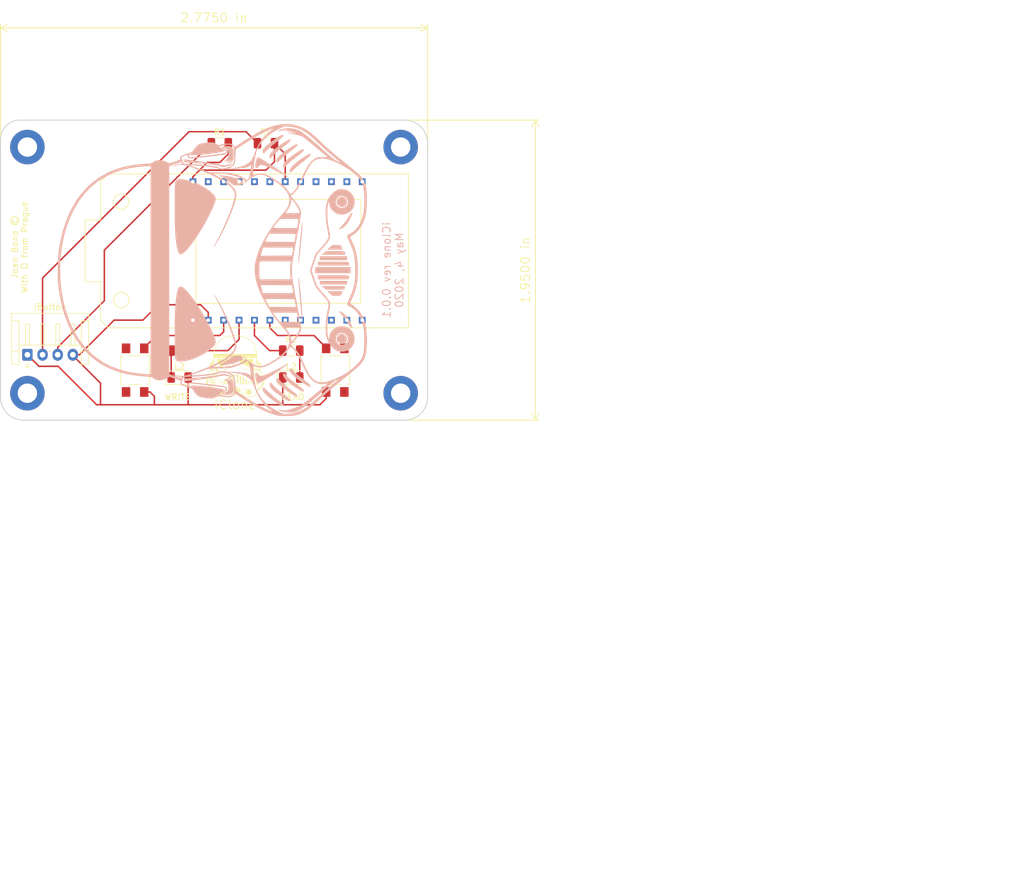
<source format=kicad_pcb>
(kicad_pcb (version 20171130) (host pcbnew 5.0.2+dfsg1-1)
  (layers (0 F.Cu signal) (31 B.Cu signal) (34 B.Paste user) (35 F.Paste user) (36 B.SilkS user hide) (37 F.SilkS user) (38 B.Mask user) (39 F.Mask user) (44 Edge.Cuts user))
  (net 0 "")
  (module MountingHole:MountingHole_3.2mm_M3_ISO7380_Pad (layer F.Cu) (at 172.085 111.76)
    (fp_text reference "" (at 0 -3.85) (layer F.SilkS))
    (fp_text value "")
    (pad 4 thru_hole circle (at 0 0) (size 5.7 5.7) (drill 3.2) (layers *.Cu *.Mask))
  )
  (module MountingHole:MountingHole_3.2mm_M3_ISO7380_Pad (layer F.Cu) (at 110.49 111.76)
    (fp_text reference "" (at 0 -3.85) (layer F.SilkS))
    (fp_text value "")
    (pad 3 thru_hole circle (at 0 0) (size 5.7 5.7) (drill 3.2) (layers *.Cu *.Mask))
  )
  (module MountingHole:MountingHole_3.2mm_M3_ISO7380_Pad (layer F.Cu) (at 110.49 71.12)
    (fp_text reference "" (at 0 -3.85) (layer F.SilkS))
    (fp_text value "")
    (pad 1 thru_hole circle (at 0 0) (size 5.7 5.7) (drill 3.2) (layers *.Cu *.Mask))
  )
  (module Resistor_SMD:R_1206_3216Metric (layer F.Cu) (at 149.86 70.485)
    (fp_text reference R4 (at 0 -1.82) (layer F.SilkS))
    (fp_text value 1k)
    (pad 1 smd roundrect (at -1.4 0) (size 1.25 1.75) (layers F.Cu F.Paste F.Mask) (roundrect_rratio 0.2))
    (pad 2 smd roundrect (at 1.4 0) (size 1.25 1.75) (layers F.Cu F.Paste F.Mask) (roundrect_rratio 0.2))
  )
  (module Resistor_SMD:R_1206_3216Metric (layer F.Cu) (at 142.24 70.485)
    (fp_text reference R1 (at 0 -1.82) (layer F.SilkS))
    (fp_text value 4k7)
    (pad 2 smd roundrect (at 1.4 0) (size 1.25 1.75) (layers F.Cu F.Paste F.Mask) (roundrect_rratio 0.2))
    (pad 1 smd roundrect (at -1.4 0) (size 1.25 1.75) (layers F.Cu F.Paste F.Mask) (roundrect_rratio 0.2))
  )
  (module TTGODisplay:MODULE_TTGO_T-DISPLAY (layer F.Cu) (at 151.765 88.265 270)
    (fp_text reference "TTGO T-Display" (at -0.635 -12.7 90) (layer F.SilkS) (effects (font (size 0.64 0.64) (thickness 0.015))))
    (fp_text value MODULE_TTGO_T-DISPLAY)
    (fp_text user "" (at 1.27 -17.78 270) (layer F.SilkS) (effects (font (size 3 3) (thickness 0.015))))
    (pad P$24 thru_hole rect (at 11.43 -13.97 270) (size 1.108 1.108) (drill 0.6) (layers *.Cu *.Mask))
    (pad P$23 thru_hole rect (at 11.43 -11.43 270) (size 1.108 1.108) (drill 0.6) (layers *.Cu *.Mask))
    (pad P$22 thru_hole rect (at 11.43 -8.89 270) (size 1.108 1.108) (drill 0.6) (layers *.Cu *.Mask))
    (pad P$21 thru_hole rect (at 11.43 -6.35 270) (size 1.108 1.108) (drill 0.6) (layers *.Cu *.Mask))
    (pad P$20 thru_hole rect (at 11.43 -3.81 270) (size 1.108 1.108) (drill 0.6) (layers *.Cu *.Mask))
    (pad P$19 thru_hole rect (at 11.43 -1.27 270) (size 1.108 1.108) (drill 0.6) (layers *.Cu *.Mask))
    (pad P$18 thru_hole rect (at 11.43 1.27 270) (size 1.108 1.108) (drill 0.6) (layers *.Cu *.Mask))
    (pad P$17 thru_hole rect (at 11.43 3.81 270) (size 1.108 1.108) (drill 0.6) (layers *.Cu *.Mask))
    (pad P$16 thru_hole rect (at 11.43 6.35 270) (size 1.108 1.108) (drill 0.6) (layers *.Cu *.Mask))
    (pad P$15 thru_hole rect (at 11.43 8.89 270) (size 1.108 1.108) (drill 0.6) (layers *.Cu *.Mask))
    (pad P$14 thru_hole rect (at 11.43 11.43 270) (size 1.108 1.108) (drill 0.6) (layers *.Cu *.Mask))
    (pad P$13 thru_hole rect (at 11.43 13.97 270) (size 1.108 1.108) (drill 0.6) (layers *.Cu *.Mask))
    (pad P$12 thru_hole rect (at -11.43 13.97 270) (size 1.108 1.108) (drill 0.6) (layers *.Cu *.Mask))
    (pad P$11 thru_hole rect (at -11.43 11.43 270) (size 1.108 1.108) (drill 0.6) (layers *.Cu *.Mask))
    (pad P$10 thru_hole rect (at -11.43 8.89 270) (size 1.108 1.108) (drill 0.6) (layers *.Cu *.Mask))
    (pad P$9 thru_hole rect (at -11.43 6.35 270) (size 1.108 1.108) (drill 0.6) (layers *.Cu *.Mask))
    (pad P$8 thru_hole rect (at -11.43 3.81 270) (size 1.108 1.108) (drill 0.6) (layers *.Cu *.Mask))
    (pad P$7 thru_hole rect (at -11.43 1.27 270) (size 1.108 1.108) (drill 0.6) (layers *.Cu *.Mask))
    (pad P$6 thru_hole rect (at -11.43 -1.27 270) (size 1.108 1.108) (drill 0.6) (layers *.Cu *.Mask))
    (pad P$5 thru_hole rect (at -11.43 -3.81 270) (size 1.108 1.108) (drill 0.6) (layers *.Cu *.Mask))
    (pad P$4 thru_hole rect (at -11.43 -6.35 270) (size 1.108 1.108) (drill 0.6) (layers *.Cu *.Mask))
    (pad P$3 thru_hole rect (at -11.43 -8.89 270) (size 1.108 1.108) (drill 0.6) (layers *.Cu *.Mask))
    (pad P$2 thru_hole rect (at -11.43 -11.43 270) (size 1.108 1.108) (drill 0.6) (layers *.Cu *.Mask))
    (pad P$1 thru_hole rect (at -11.43 -13.97 270) (size 1.108 1.108) (drill 0.6) (layers *.Cu *.Mask))
  )
  (module LED_SMD:LED_1206_3216Metric (layer F.Cu) (at 154.026749 109.169908)
    (fp_text reference L2 (at 0 -1.82) (layer F.SilkS))
    (fp_text value "")
    (pad 1 smd roundrect (at -1.4 0) (size 1.25 1.75) (layers F.Cu F.Paste F.Mask) (roundrect_rratio 0.2))
    (pad 2 smd roundrect (at 1.4 0) (size 1.25 1.75) (layers F.Cu F.Paste F.Mask) (roundrect_rratio 0.2))
  )
  (module Resistor_SMD:R_1206_3216Metric (layer F.Cu) (at 154.026749 104.724908)
    (fp_text reference R2 (at 0 -1.82) (layer F.SilkS))
    (fp_text value 470)
    (pad 1 smd roundrect (at -1.4 0) (size 1.25 1.75) (layers F.Cu F.Paste F.Mask) (roundrect_rratio 0.2))
    (pad 2 smd roundrect (at 1.4 0) (size 1.25 1.75) (layers F.Cu F.Paste F.Mask) (roundrect_rratio 0.2))
  )
  (module Button_Switch_SMD:SW_SPST_TL3305A (layer F.Cu) (at 161.29 107.95 90)
    (fp_text reference READ (at -4.445 -6.985 180) (layer F.SilkS))
    (fp_text value "")
    (pad 1 smd rect (at 3.6 -1.5 90) (size 1.6 1.4) (layers F.Cu F.Paste F.Mask))
    (pad 1 smd rect (at -3.6 -1.5 90) (size 1.6 1.4) (layers F.Cu F.Paste F.Mask))
    (pad 2 smd rect (at 3.6 1.5 90) (size 1.6 1.4) (layers F.Cu F.Paste F.Mask))
    (pad 2 smd rect (at -3.6 1.5 90) (size 1.6 1.4) (layers F.Cu F.Paste F.Mask))
  )
  (module Button_Switch_SMD:SW_SPST_TL3305A (layer F.Cu) (at 128.27 107.95 90)
    (fp_text reference WRITE (at -4.445 6.985 180) (layer F.SilkS))
    (fp_text value "")
    (pad 1 smd rect (at 3.6 -1.5 90) (size 1.6 1.4) (layers F.Cu F.Paste F.Mask))
    (pad 1 smd rect (at -3.6 -1.5 90) (size 1.6 1.4) (layers F.Cu F.Paste F.Mask))
    (pad 2 smd rect (at 3.6 1.5 90) (size 1.6 1.4) (layers F.Cu F.Paste F.Mask))
    (pad 2 smd rect (at -3.6 1.5 90) (size 1.6 1.4) (layers F.Cu F.Paste F.Mask))
  )
  (module Resistor_SMD:R_1206_3216Metric (layer F.Cu) (at 135.611749 104.724908)
    (fp_text reference R2 (at 0 -1.82) (layer F.SilkS))
    (fp_text value 470)
    (pad 2 smd roundrect (at 1.4 0) (size 1.25 1.75) (layers F.Cu F.Paste F.Mask) (roundrect_rratio 0.2))
    (pad 1 smd roundrect (at -1.4 0) (size 1.25 1.75) (layers F.Cu F.Paste F.Mask) (roundrect_rratio 0.2))
  )
  (module LED_SMD:LED_1206_3216Metric (layer F.Cu) (at 135.611749 109.169908)
    (fp_text reference L2 (at 0 -1.82) (layer F.SilkS))
    (fp_text value "")
    (pad 2 smd roundrect (at 1.4 0) (size 1.25 1.75) (layers F.Cu F.Paste F.Mask) (roundrect_rratio 0.2))
    (pad 1 smd roundrect (at -1.4 0) (size 1.25 1.75) (layers F.Cu F.Paste F.Mask) (roundrect_rratio 0.2))
  )
  (module Connector_JST:JST_EH_S04B-EH_1x04_P2.50mm_Horizontal (layer F.Cu) (at 110.49 105.41)
    (fp_text reference iButton (at 3.75 -7.9) (layer F.SilkS))
    (fp_text value "")
    (pad 4 thru_hole oval (at 7.5 0) (size 1.7 1.95) (drill 0.95) (layers *.Cu *.Mask))
    (pad 3 thru_hole oval (at 5 0) (size 1.7 1.95) (drill 0.95) (layers *.Cu *.Mask))
    (pad 2 thru_hole oval (at 2.5 0) (size 1.7 1.95) (drill 0.95) (layers *.Cu *.Mask))
    (pad 1 thru_hole roundrect (at 0 0) (size 1.7 1.95) (drill 0.95) (layers *.Cu *.Mask) (roundrect_rratio 0.147059))
  )
  (module MountingHole:MountingHole_3.2mm_M3_ISO7380_Pad (layer F.Cu) (at 172.085 71.12)
    (fp_text reference "" (at 0 -3.85) (layer F.SilkS))
    (fp_text value "")
    (pad 2 thru_hole circle (at 0 0) (size 5.7 5.7) (drill 3.2) (layers *.Cu *.Mask))
  )
  (module Utilities:Clone (layer F.Cu) (at 210.185 48.26)
    (fp_text reference G*** hide)
    (fp_text value LOGO hide)
  )
  (module Utilities:Clone (layer F.Cu) (at 142.875 109.855)
    (fp_text reference G*** hide)
    (fp_text value LOGO hide)
  )
  (module Logos:Clone (layer F.Cu) (at 144.78 107.315)
    (fp_text reference G*** hide)
    (fp_text value LOGO hide)
  )
  (module Logos:BackPCB (layer B.Cu) (at 140.97 91.44 270)
    (fp_text reference G*** hide)
    (fp_text value LOGO hide)
  )
  (gr_text "iClone rev 0.0.1\nMay 4, 2020" (at 170.815 91.44 90) (layer B.SilkS) (effects (font (size 1.3 1.3)) (justify mirror)))
  (gr_text "Joan Bono ©\nWith ❤ from Prague" (at 109.22 87.63 90) (layer F.SilkS) (effects (font (size 1 1))))
  (gr_text iClone (at 144.78 113.665) (layer F.SilkS) (effects (font (size 1.5 1.5))))
  (dimension 49.53 (width 0.15) (layer F.SilkS) (gr_text "49,530 mm" (at 196.41 91.44 270) (layer F.SilkS) (effects (font (size 1.5 1.5) (thickness 0.15)))) (feature1 (pts (xy 172.72 116.205) (xy 194.896421 116.205))) (feature2 (pts (xy 172.72 66.675) (xy 194.896421 66.675))) (crossbar (pts (xy 194.31 66.675) (xy 194.31 116.205))) (arrow1a (pts (xy 194.31 116.205) (xy 193.723579 115.078496))) (arrow1b (pts (xy 194.31 116.205) (xy 194.896421 115.078496))) (arrow2a (pts (xy 194.31 66.675) (xy 193.723579 67.801504))) (arrow2b (pts (xy 194.31 66.675) (xy 194.896421 67.801504))))
  (dimension 70.485 (width 0.15) (layer F.SilkS) (gr_text "70,485 mm" (at 141.2875 49.335) (layer F.SilkS) (effects (font (size 1.5 1.5) (thickness 0.15)))) (feature1 (pts (xy 176.53 71.755) (xy 176.53 50.848579))) (feature2 (pts (xy 106.045 71.755) (xy 106.045 50.848579))) (crossbar (pts (xy 106.045 51.435) (xy 176.53 51.435))) (arrow1a (pts (xy 176.53 51.435) (xy 175.403496 52.021421))) (arrow1b (pts (xy 176.53 51.435) (xy 175.403496 50.848579))) (arrow2a (pts (xy 106.045 51.435) (xy 107.171504 52.021421))) (arrow2b (pts (xy 106.045 51.435) (xy 107.171504 50.848579))))
  (gr_line (start 176.53 70.485) (end 176.53 112.395) (layer Edge.Cuts) (width 0.15))
  (gr_line (start 109.22 66.675) (end 172.72 66.675) (layer Edge.Cuts) (width 0.15))
  (gr_line (start 106.045 112.395) (end 106.045 69.85) (layer Edge.Cuts) (width 0.15))
  (gr_line (start 172.72 116.205) (end 109.855 116.205) (layer Edge.Cuts) (width 0.15))
  (gr_arc (start 109.855 112.395) (end 106.045 112.395) (angle -90) (layer Edge.Cuts) (width 0.15))
  (gr_arc (start 172.72 112.395) (end 172.72 116.205) (angle -90) (layer Edge.Cuts) (width 0.15))
  (gr_arc (start 172.72 70.485) (end 176.53 70.485) (angle -90) (layer Edge.Cuts) (width 0.15))
  (gr_arc (start 109.22 69.85) (end 109.22 66.675) (angle -90) (layer Edge.Cuts) (width 0.15))
  (segment (start 134.211749 104.724908) (end 134.211749 105.699908) (width 0.25) (layer F.Cu) (net 0))
  (segment (start 137.795 76.031) (end 138.896 74.93) (width 0.25) (layer F.Cu) (net 0))
  (segment (start 138.896 74.93) (end 149.86 74.93) (width 0.25) (layer F.Cu) (net 0))
  (segment (start 151.26 73.53) (end 151.26 70.485) (width 0.25) (layer F.Cu) (net 0))
  (segment (start 149.86 74.93) (end 151.26 73.53) (width 0.25) (layer F.Cu) (net 0))
  (segment (start 137.795 76.031) (end 137.795 76.835) (width 0.25) (layer F.Cu) (net 0))
  (segment (start 151.26 70.485) (end 153.035 72.26) (width 0.25) (layer F.Cu) (net 0))
  (segment (start 153.035 72.26) (end 153.035 76.835) (width 0.25) (layer F.Cu) (net 0))
  (segment (start 143.64 70.485) (end 143.64 72.26) (width 0.25) (layer F.Cu) (net 0))
  (segment (start 143.64 72.26) (end 142.24 73.66) (width 0.25) (layer F.Cu) (net 0))
  (segment (start 140.166 73.66) (end 138.896 74.93) (width 0.25) (layer F.Cu) (net 0))
  (segment (start 142.24 73.66) (end 140.166 73.66) (width 0.25) (layer F.Cu) (net 0))
  (segment (start 137.011749 104.724908) (end 143.560092 104.724908) (width 0.25) (layer F.Cu) (net 0))
  (segment (start 145.415 102.87) (end 145.415 99.695) (width 0.25) (layer F.Cu) (net 0))
  (segment (start 143.560092 104.724908) (end 145.415 102.87) (width 0.25) (layer F.Cu) (net 0))
  (segment (start 129.77 104.25) (end 131.785 102.235) (width 0.25) (layer F.Cu) (net 0))
  (segment (start 129.77 104.35) (end 129.77 104.25) (width 0.25) (layer F.Cu) (net 0))
  (segment (start 131.785 102.235) (end 142.24 102.235) (width 0.25) (layer F.Cu) (net 0))
  (segment (start 142.24 102.235) (end 142.875 101.6) (width 0.25) (layer F.Cu) (net 0))
  (segment (start 142.875 101.6) (end 142.875 99.695) (width 0.25) (layer F.Cu) (net 0))
  (segment (start 152.626749 104.724908) (end 150.444908 104.724908) (width 0.25) (layer F.Cu) (net 0))
  (segment (start 147.955 102.235) (end 147.955 99.695) (width 0.25) (layer F.Cu) (net 0))
  (segment (start 150.444908 104.724908) (end 147.955 102.235) (width 0.25) (layer F.Cu) (net 0))
  (segment (start 159.79 104.25) (end 157.775 102.235) (width 0.25) (layer F.Cu) (net 0))
  (segment (start 159.79 104.35) (end 159.79 104.25) (width 0.25) (layer F.Cu) (net 0))
  (segment (start 157.775 102.235) (end 151.765 102.235) (width 0.25) (layer F.Cu) (net 0))
  (segment (start 150.495 100.965) (end 150.495 99.695) (width 0.25) (layer F.Cu) (net 0))
  (segment (start 151.765 102.235) (end 150.495 100.965) (width 0.25) (layer F.Cu) (net 0))
  (segment (start 134.211749 104.724908) (end 134.211749 109.169908) (width 0.25) (layer F.Cu) (net 0))
  (segment (start 155.426749 104.724908) (end 155.426749 109.169908) (width 0.25) (layer F.Cu) (net 0))
  (segment (start 158.75 113.665) (end 159.79 112.625) (width 0.25) (layer F.Cu) (net 0))
  (segment (start 159.79 112.625) (end 159.79 111.55) (width 0.25) (layer F.Cu) (net 0))
  (segment (start 137.011749 109.169908) (end 137.011749 113.516749) (width 0.25) (layer F.Cu) (net 0))
  (segment (start 137.011749 113.516749) (end 137.16 113.665) (width 0.25) (layer F.Cu) (net 0))
  (segment (start 152.626749 109.169908) (end 152.626749 113.438251) (width 0.25) (layer F.Cu) (net 0))
  (segment (start 152.626749 113.438251) (end 152.4 113.665) (width 0.25) (layer F.Cu) (net 0))
  (segment (start 137.16 113.665) (end 152.4 113.665) (width 0.25) (layer F.Cu) (net 0))
  (segment (start 152.4 113.665) (end 158.75 113.665) (width 0.25) (layer F.Cu) (net 0))
  (segment (start 130.72 111.55) (end 131.445 112.275) (width 0.25) (layer F.Cu) (net 0))
  (segment (start 129.77 111.55) (end 130.72 111.55) (width 0.25) (layer F.Cu) (net 0))
  (segment (start 131.445 112.275) (end 131.445 113.665) (width 0.25) (layer F.Cu) (net 0))
  (segment (start 131.445 113.665) (end 137.16 113.665) (width 0.25) (layer F.Cu) (net 0))
  (segment (start 121.92 113.665) (end 115.57 107.315) (width 0.25) (layer F.Cu) (net 0))
  (segment (start 112.395 107.315) (end 110.49 105.41) (width 0.25) (layer F.Cu) (net 0))
  (segment (start 115.57 107.315) (end 112.395 107.315) (width 0.25) (layer F.Cu) (net 0))
  (segment (start 117.99 105.535) (end 122.555 110.1) (width 0.25) (layer F.Cu) (net 0))
  (segment (start 117.99 105.41) (end 117.99 105.535) (width 0.25) (layer F.Cu) (net 0))
  (segment (start 122.555 110.1) (end 122.555 113.665) (width 0.25) (layer F.Cu) (net 0))
  (segment (start 131.445 113.665) (end 122.555 113.665) (width 0.25) (layer F.Cu) (net 0))
  (segment (start 122.555 113.665) (end 121.92 113.665) (width 0.25) (layer F.Cu) (net 0))
  (segment (start 140.335 98.425) (end 140.335 99.695) (width 0.25) (layer F.Cu) (net 0))
  (segment (start 139.065 97.155) (end 140.335 98.425) (width 0.25) (layer F.Cu) (net 0))
  (segment (start 132.08 97.155) (end 139.065 97.155) (width 0.25) (layer F.Cu) (net 0))
  (segment (start 137.16 68.58) (end 146.555 68.58) (width 0.25) (layer F.Cu) (net 0))
  (segment (start 112.99 105.41) (end 112.99 92.75) (width 0.25) (layer F.Cu) (net 0))
  (segment (start 146.555 68.58) (end 148.46 70.485) (width 0.25) (layer F.Cu) (net 0))
  (segment (start 112.99 92.75) (end 137.16 68.58) (width 0.25) (layer F.Cu) (net 0))
  (segment (start 119.09 105.41) (end 124.805 99.695) (width 0.25) (layer F.Cu) (net 0))
  (segment (start 117.99 105.41) (end 119.09 105.41) (width 0.25) (layer F.Cu) (net 0))
  (segment (start 129.54 99.695) (end 132.08 97.155) (width 0.25) (layer F.Cu) (net 0))
  (segment (start 124.805 99.695) (end 129.54 99.695) (width 0.25) (layer F.Cu) (net 0))
  (segment (start 115.49 104.185) (end 123.19 96.485) (width 0.25) (layer F.Cu) (net 0))
  (segment (start 115.49 105.41) (end 115.49 104.185) (width 0.25) (layer F.Cu) (net 0))
  (segment (start 123.19 88.135) (end 140.84 70.485) (width 0.25) (layer F.Cu) (net 0))
  (segment (start 123.19 96.485) (end 123.19 88.135) (width 0.25) (layer F.Cu) (net 0))
)
</source>
